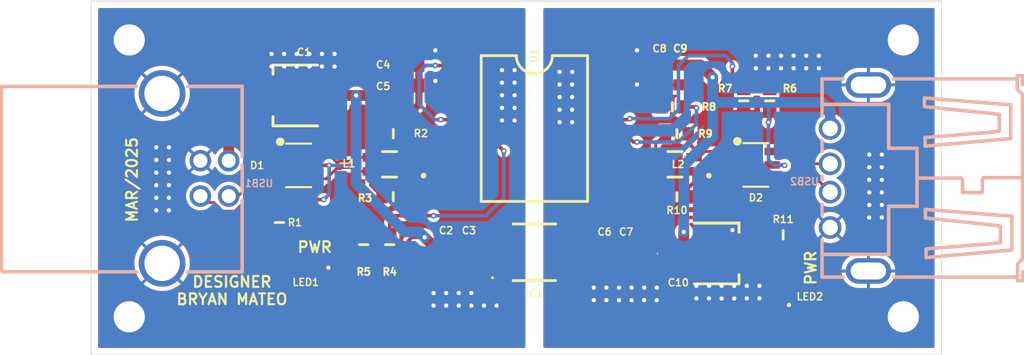
<source format=kicad_pcb>
(kicad_pcb (version 20241229) (generator "pcbnew") (generator_version "9.0")
  (layers (0 "F.Cu" signal) (2 "B.Cu" signal) (13 "F.Paste" user) (15 "B.Paste" user) (5 "F.SilkS" user "F.Silkscreen") (7 "B.SilkS" user "B.Silkscreen") (1 "F.Mask" user) (3 "B.Mask" user) (25 "Edge.Cuts" user))
  (net 0 "")
  (net 1 "GND")
  (net 2 "/D1+")
  (net 3 "/D1-")
  (net 4 "+5V")
  (net 5 "GND1")
  (net 6 "/D+")
  (net 7 "/D5+")
  (net 8 "Net-(U1-SPU)")
  (net 9 "Net-(U1-SPD)")
  (net 10 "VCC")
  (net 11 "/D-")
  (net 12 "/D4-")
  (net 13 "/D5-")
  (net 14 "/D4+")
  (net 15 "/D2+")
  (net 16 "/D2-")
  (net 17 "Net-(LED1-A)")
  (net 18 "Net-(U1-VDD2)")
  (net 19 "Net-(U1-PIN)")
  (net 20 "/D3-")
  (net 21 "/D3+")
  (net 22 "Net-(LED2-A)")
  (footprint "EasyEDA:SOT-23-6_L2.9-W1.6-P0.95-LS2.8-BL" (layer "F.Cu") (at 71.635 27.752 -90)
    (property "Reference" "D2" (at 2.3195 -0.001 180) (layer "F.SilkS") (effects (font (size 0.508 0.508) (thickness 0.1016) (bold yes))))
    (property "Value" "USBLC6-2SC6")
    (pad "1" smd rect (at -0.95 1.15 270) (size 0.53 1.07) (layers "F.Cu" "F.Mask" "F.Paste") (net 12 "/D4-"))
    (pad "2" smd rect (at 0 1.15 270) (size 0.53 1.07) (layers "F.Cu" "F.Mask" "F.Paste") (net 5 "GND1"))
    (pad "3" smd rect (at 0.95 1.15 270) (size 0.53 1.07) (layers "F.Cu" "F.Mask" "F.Paste") (net 14 "/D4+"))
    (pad "4" smd rect (at 0.95 -1.15 270) (size 0.53 1.07) (layers "F.Cu" "F.Mask" "F.Paste") (net 7 "/D5+"))
    (pad "5" smd rect (at 0 -1.15 270) (size 0.53 1.07) (layers "F.Cu" "F.Mask" "F.Paste") (net 10 "VCC"))
    (pad "6" smd rect (at -0.95 -1.15 270) (size 0.53 1.07) (layers "F.Cu" "F.Mask" "F.Paste") (net 13 "/D5-"))
  )
  (footprint "Samacsys:RESC1608X55N" (layer "F.Cu") (at 66.0696 30.0093)
    (property "Reference" "R10" (at 0 0.9512 0) (layer "F.SilkS") (effects (font (size 0.508 0.508) (thickness 0.1016) (bold yes))))
    (property "Value" "1K" (hide yes))
    (pad "1" smd rect (at -0.8 0) (size 0.8 0.95) (layers "F.Cu" "F.Mask" "F.Paste") (net 21 "/D3+"))
    (pad "2" smd rect (at 0.8 0) (size 0.8 0.95) (layers "F.Cu" "F.Mask" "F.Paste") (net 14 "/D4+"))
  )
  (footprint "Samacsys:CAPC1608X90N" (layer "F.Cu") (at 66.3085 21.3955 -90)
    (property "Reference" "C9" (at -1.865 0 180) (layer "F.SilkS") (effects (font (size 0.508 0.508) (thickness 0.127) (bold yes))))
    (property "Value" ".1uF" (hide yes))
    (pad "1" smd rect (at -0.7 0 270) (size 0.78 0.99) (layers "F.Cu" "F.Mask" "F.Paste") (net 10 "VCC"))
    (pad "2" smd rect (at 0.7 0 270) (size 0.78 0.99) (layers "F.Cu" "F.Mask" "F.Paste") (net 5 "GND1"))
  )
  (footprint "" (layer "F.Cu") (at 27.432 38.481)
    (property "Reference" "" (at 0 0 0) (layer "F.SilkS") (effects (font (size 1.27 1.27))))
    (property "Value" "")
    (pad "1" thru_hole circle (at 0 0) (size 3.8 3.8) (drill 2.2) (layers "*.Cu" "*.Mask"))
  )
  (footprint "Samacsys:CAPC1608X90N" (layer "F.Cu") (at 60.895 34.107 -90)
    (property "Reference" "C6" (at -1.6225 -0.073 180) (layer "F.SilkS") (effects (font (size 0.508 0.508) (thickness 0.1016) (bold yes))))
    (property "Value" ".1uF" (hide yes))
    (pad "1" smd rect (at -0.7 0 270) (size 0.78 0.99) (layers "F.Cu" "F.Mask" "F.Paste") (net 10 "VCC"))
    (pad "2" smd rect (at 0.7 0 270) (size 0.78 0.99) (layers "F.Cu" "F.Mask" "F.Paste") (net 5 "GND1"))
  )
  (footprint "Samacsys:KSEELP4122P1R258A8J8020R18" (layer "F.Cu") (at 73.975 35.9995 90)
    (property "Reference" "LED2" (at -1.057 1.471 180) (layer "F.SilkS") (effects (font (size 0.508 0.508) (thickness 0.1016) (bold yes))))
    (property "Value" "RED" (hide yes))
    (pad "1" smd rect (at -0.75 0 180) (size 0.8 0.8) (layers "F.Cu" "F.Mask" "F.Paste") (net 5 "GND1"))
    (pad "2" smd rect (at 0.75 0 180) (size 0.8 0.8) (layers "F.Cu" "F.Mask" "F.Paste") (net 22 "Net-(LED2-A)"))
  )
  (footprint "Samacsys:CAPC1608X90N" (layer "F.Cu") (at 64.8485 21.3955 -90)
    (property "Reference" "C8" (at -1.865 0 180) (layer "F.SilkS") (effects (font (size 0.508 0.508) (thickness 0.1016) (bold yes))))
    (property "Value" ".1uF" (hide yes))
    (pad "1" smd rect (at -0.7 0 270) (size 0.78 0.99) (layers "F.Cu" "F.Mask" "F.Paste") (net 10 "VCC"))
    (pad "2" smd rect (at 0.7 0 270) (size 0.78 0.99) (layers "F.Cu" "F.Mask" "F.Paste") (net 5 "GND1"))
  )
  (footprint "Samacsys:RESC1608X55N" (layer "F.Cu") (at 66.0696 25.5543)
    (property "Reference" "R9" (at 2.0104 0 0) (layer "F.SilkS") (effects (font (size 0.508 0.508) (thickness 0.127) (bold yes))))
    (property "Value" "1K" (hide yes))
    (pad "1" smd rect (at -0.8 0) (size 0.8 0.95) (layers "F.Cu" "F.Mask" "F.Paste") (net 20 "/D3-"))
    (pad "2" smd rect (at 0.8 0) (size 0.8 0.95) (layers "F.Cu" "F.Mask" "F.Paste") (net 12 "/D4-"))
  )
  (footprint "Samacsys:RESC1608X55N" (layer "F.Cu") (at 38.03 31.822 -90)
    (property "Reference" "R1" (at 0 -1.094 180) (layer "F.SilkS") (effects (font (size 0.508 0.508) (thickness 0.1016) (bold yes))))
    (property "Value" "1K" (hide yes))
    (pad "1" smd rect (at -0.8 0 270) (size 0.8 0.95) (layers "F.Cu" "F.Mask" "F.Paste") (net 4 "+5V"))
    (pad "2" smd rect (at 0.8 0 270) (size 0.8 0.95) (layers "F.Cu" "F.Mask" "F.Paste") (net 17 "Net-(LED1-A)"))
  )
  (footprint "Samacsys:CAPC1608X90N" (layer "F.Cu") (at 47.165 20.682 180)
    (property "Reference" "C4" (at 1.818 0.0085 0) (layer "F.SilkS") (effects (font (size 0.508 0.508) (thickness 0.1016) (bold yes))))
    (property "Value" ".1uF" (hide yes))
    (pad "1" smd rect (at -0.7 0 180) (size 0.78 0.99) (layers "F.Cu" "F.Mask" "F.Paste") (net 4 "+5V"))
    (pad "2" smd rect (at 0.7 0 180) (size 0.78 0.99) (layers "F.Cu" "F.Mask" "F.Paste") (net 1 "GND"))
  )
  (footprint "Samacsys:CAPC1608X90N" (layer "F.Cu") (at 51.3975 34.1245 -90)
    (property "Reference" "C3" (at -1.7395 0 180) (layer "F.SilkS") (effects (font (size 0.508 0.508) (thickness 0.1016) (bold yes))))
    (property "Value" ".1uF" (hide yes))
    (pad "1" smd rect (at -0.7 0 270) (size 0.78 0.99) (layers "F.Cu" "F.Mask" "F.Paste") (net 4 "+5V"))
    (pad "2" smd rect (at 0.7 0 270) (size 0.78 0.99) (layers "F.Cu" "F.Mask" "F.Paste") (net 1 "GND"))
  )
  (footprint "Samacsys:CAPC1608X102N" (layer "F.Cu") (at 62.425 34.107 -90)
    (property "Reference" "C7" (at -1.6225 -0.067 180) (layer "F.SilkS") (effects (font (size 0.508 0.508) (thickness 0.1016) (bold yes))))
    (property "Value" "10uF" (hide yes))
    (pad "1" smd rect (at -0.7 0 270) (size 0.82 1.02) (layers "F.Cu" "F.Mask" "F.Paste") (net 10 "VCC"))
    (pad "2" smd rect (at 0.7 0 270) (size 0.82 1.02) (layers "F.Cu" "F.Mask" "F.Paste") (net 5 "GND1"))
  )
  (footprint "Samacsys:EEE1AA220WR" (layer "F.Cu") (at 68.3 34.007)
    (property "Reference" "C10" (at -2.133 2.061 0) (layer "F.SilkS") (effects (font (size 0.508 0.508) (thickness 0.1016) (bold yes))))
    (property "Value" "470uF/16v" (hide yes))
    (pad "1" smd rect (at -1.75 0 90) (size 1.6 2.5) (layers "F.Cu" "F.Mask" "F.Paste") (net 10 "VCC"))
    (pad "2" smd rect (at 1.75 0 90) (size 1.6 2.5) (layers "F.Cu" "F.Mask" "F.Paste") (net 5 "GND1"))
  )
  (footprint "Samacsys:EEE1AA220WR" (layer "F.Cu") (at 39.725 22.847 180)
    (property "Reference" "C1" (at -0.034 3.0625 0) (layer "F.SilkS") (effects (font (size 0.508 0.508) (thickness 0.1016) (bold yes))))
    (property "Value" "470uF/16v" (hide yes))
    (pad "1" smd rect (at -1.75 0 270) (size 1.6 2.5) (layers "F.Cu" "F.Mask" "F.Paste") (net 4 "+5V"))
    (pad "2" smd rect (at 1.75 0 270) (size 1.6 2.5) (layers "F.Cu" "F.Mask" "F.Paste") (net 1 "GND"))
  )
  (footprint "Samacsys:RESC1608X55N" (layer "F.Cu") (at 45.8075 33.3845 -90)
    (property "Reference" "R4" (at 1.9215 0 0) (layer "F.SilkS") (effects (font (size 0.508 0.508) (thickness 0.127))))
    (property "Value" "0R" (hide yes))
    (pad "1" smd rect (at -0.8 0 270) (size 0.8 0.95) (layers "F.Cu" "F.Mask" "F.Paste") (net 8 "Net-(U1-SPU)"))
    (pad "2" smd rect (at 0.8 0 270) (size 0.8 0.95) (layers "F.Cu" "F.Mask" "F.Paste") (net 4 "+5V"))
  )
  (footprint "Samacsys:CAPC1608X102N" (layer "F.Cu") (at 49.7525 34.1145 -90)
    (property "Reference" "C2" (at -1.7295 -0.0315 180) (layer "F.SilkS") (effects (font (size 0.508 0.508) (thickness 0.1016) (bold yes))))
    (property "Value" "10uF" (hide yes))
    (pad "1" smd rect (at -0.7 0 270) (size 0.82 1.02) (layers "F.Cu" "F.Mask" "F.Paste") (net 4 "+5V"))
    (pad "2" smd rect (at 0.7 0 270) (size 0.82 1.02) (layers "F.Cu" "F.Mask" "F.Paste") (net 1 "GND"))
  )
  (footprint "Samacsys:RESC1608X55N" (layer "F.Cu") (at 46.06 29.992)
    (property "Reference" "R3" (at -1.991 0.107 0) (layer "F.SilkS") (effects (font (size 0.508 0.508) (thickness 0.127) (bold yes))))
    (property "Value" "0R" (hide yes))
    (pad "1" smd rect (at -0.8 0) (size 0.8 0.95) (layers "F.Cu" "F.Mask" "F.Paste") (net 2 "/D1+"))
    (pad "2" smd rect (at 0.8 0) (size 0.8 0.95) (layers "F.Cu" "F.Mask" "F.Paste") (net 15 "/D2+"))
  )
  (footprint "Snapeda:WE-CNSW_1206_WE-CNSW_1206" (layer "F.Cu") (at 65.9246 27.7093 180)
    (property "Reference" "L2" (at -0.225 0 0) (layer "F.SilkS") (effects (font (size 0.508 0.508) (thickness 0.1016) (bold yes))))
    (property "Value" "WE-CNSW_1206")
    (pad "1" smd rect (at -1.35 -0.5 180) (size 1.1 0.6) (layers "F.Cu" "F.Mask" "F.Paste") (net 14 "/D4+"))
    (pad "2" smd rect (at 1.35 -0.5 180) (size 1.1 0.6) (layers "F.Cu" "F.Mask" "F.Paste") (net 21 "/D3+"))
    (pad "3" smd rect (at 1.35 0.5 180) (size 1.1 0.6) (layers "F.Cu" "F.Mask" "F.Paste") (net 20 "/D3-"))
    (pad "4" smd rect (at -1.35 0.5 180) (size 1.1 0.6) (layers "F.Cu" "F.Mask" "F.Paste") (net 12 "/D4-"))
  )
  (footprint "Samacsys:RESC1608X55N" (layer "F.Cu") (at 70.7825 23.2245 90)
    (property "Reference" "R7" (at 0.8725 -1.3135 180) (layer "F.SilkS") (effects (font (size 0.508 0.508) (thickness 0.127))))
    (property "Value" "0R" (hide yes))
    (pad "1" smd rect (at -0.8 0 90) (size 0.8 0.95) (layers "F.Cu" "F.Mask" "F.Paste") (net 5 "GND1"))
    (pad "2" smd rect (at 0.8 0 90) (size 0.8 0.95) (layers "F.Cu" "F.Mask" "F.Paste") (net 9 "Net-(U1-SPD)"))
  )
  (footprint "Samacsys:CAPC1608X90N" (layer "F.Cu") (at 47.165 22.142 180)
    (property "Reference" "C5" (at 1.818 -0.0555 0) (layer "F.SilkS") (effects (font (size 0.508 0.508) (thickness 0.1016) (bold yes))))
    (property "Value" ".1uF" (hide yes))
    (pad "1" smd rect (at -0.7 0 180) (size 0.78 0.99) (layers "F.Cu" "F.Mask" "F.Paste") (net 4 "+5V"))
    (pad "2" smd rect (at 0.7 0 180) (size 0.78 0.99) (layers "F.Cu" "F.Mask" "F.Paste") (net 1 "GND"))
  )
  (footprint "Samacsys:RESC1608X55N" (layer "F.Cu") (at 46.06 25.537)
    (property "Reference" "R2" (at 1.946 -0.01 0) (layer "F.SilkS") (effects (font (size 0.508 0.508) (thickness 0.1016) (bold yes))))
    (property "Value" "0R" (hide yes))
    (pad "1" smd rect (at -0.8 0) (size 0.8 0.95) (layers "F.Cu" "F.Mask" "F.Paste") (net 3 "/D1-"))
    (pad "2" smd rect (at 0.8 0) (size 0.8 0.95) (layers "F.Cu" "F.Mask" "F.Paste") (net 16 "/D2-"))
  )
  (footprint "Samacsys:RESC1608X55N" (layer "F.Cu") (at 72.6175 23.2245 -90)
    (property "Reference" "R6" (at -0.8725 -1.4235 0) (layer "F.SilkS") (effects (font (size 0.508 0.508) (thickness 0.127))))
    (property "Value" "0R" (hide yes))
    (pad "1" smd rect (at -0.8 0 270) (size 0.8 0.95) (layers "F.Cu" "F.Mask" "F.Paste") (net 9 "Net-(U1-SPD)"))
    (pad "2" smd rect (at 0.8 0 270) (size 0.8 0.95) (layers "F.Cu" "F.Mask" "F.Paste") (net 10 "VCC"))
  )
  (footprint "Samacsys:RESC1608X55N" (layer "F.Cu") (at 73.565 32.6895)
    (property "Reference" "R11" (at 0 -1.094 0) (layer "F.SilkS") (effects (font (size 0.508 0.508) (thickness 0.1016) (bold yes))))
    (property "Value" "1K" (hide yes))
    (pad "1" smd rect (at -0.8 0) (size 0.8 0.95) (layers "F.Cu" "F.Mask" "F.Paste") (net 10 "VCC"))
    (pad "2" smd rect (at 0.8 0) (size 0.8 0.95) (layers "F.Cu" "F.Mask" "F.Paste") (net 22 "Net-(LED2-A)"))
  )
  (footprint "EasyEDA:WSOIC-16_L10.3-W7.5-P1.27-LS10.3-BL" (layer "F.Cu") (at 56.015 25.182 -90)
    (property "Reference" "U1" (at -5.15 0 90) (layer "F.SilkS") (effects (font (size 0.508 0.508) (thickness 0.1016) (bold yes))))
    (property "Value" "ADUM3160BRWZ")
    (pad "1" smd rect (at -4.45 5 270) (size 0.65 2.2) (layers "F.Cu" "F.Mask" "F.Paste") (net 4 "+5V"))
    (pad "2" smd rect (at -3.18 5 270) (size 0.65 2.2) (layers "F.Cu" "F.Mask" "F.Paste") (net 1 "GND"))
    (pad "3" smd rect (at -1.91 5 270) (size 0.65 2.2) (layers "F.Cu" "F.Mask" "F.Paste") (net 4 "+5V"))
    (pad "4" smd rect (at -0.63 5 270) (size 0.65 2.2) (layers "F.Cu" "F.Mask" "F.Paste") (net 4 "+5V"))
    (pad "5" smd rect (at 0.63 5 270) (size 0.65 2.2) (layers "F.Cu" "F.Mask" "F.Paste") (net 8 "Net-(U1-SPU)"))
    (pad "6" smd rect (at 1.9 5 270) (size 0.65 2.2) (layers "F.Cu" "F.Mask" "F.Paste") (net 16 "/D2-"))
    (pad "7" smd rect (at 3.17 5 270) (size 0.65 2.2) (layers "F.Cu" "F.Mask" "F.Paste") (net 15 "/D2+"))
    (pad "8" smd rect (at 4.44 5 270) (size 0.65 2.2) (layers "F.Cu" "F.Mask" "F.Paste") (net 1 "GND"))
    (pad "9" smd rect (at 4.44 -5 270) (size 0.65 2.2) (layers "F.Cu" "F.Mask" "F.Paste") (net 5 "GND1"))
    (pad "10" smd rect (at 3.17 -5 270) (size 0.65 2.2) (layers "F.Cu" "F.Mask" "F.Paste") (net 21 "/D3+"))
    (pad "11" smd rect (at 1.9 -5 270) (size 0.65 2.2) (layers "F.Cu" "F.Mask" "F.Paste") (net 20 "/D3-"))
    (pad "12" smd rect (at 0.63 -5 270) (size 0.65 2.2) (layers "F.Cu" "F.Mask" "F.Paste") (net 19 "Net-(U1-PIN)"))
    (pad "13" smd rect (at -0.63 -5 270) (size 0.65 2.2) (layers "F.Cu" "F.Mask" "F.Paste") (net 9 "Net-(U1-SPD)"))
    (pad "14" smd rect (at -1.91 -5 270) (size 0.65 2.2) (layers "F.Cu" "F.Mask" "F.Paste") (net 18 "Net-(U1-VDD2)"))
    (pad "15" smd rect (at -3.18 -5 270) (size 0.65 2.2) (layers "F.Cu" "F.Mask" "F.Paste") (net 5 "GND1"))
    (pad "16" smd rect (at -4.45 -5 270) (size 0.65 2.2) (layers "F.Cu" "F.Mask" "F.Paste") (net 10 "VCC"))
  )
  (footprint "" (layer "F.Cu") (at 82.042 18.923)
    (property "Reference" "" (at 0 0 0) (layer "F.SilkS") (effects (font (size 1.27 1.27))))
    (property "Value" "")
    (pad "1" thru_hole circle (at 0 0) (size 3.8 3.8) (drill 2.2) (layers "*.Cu" "*.Mask"))
  )
  (footprint "Samacsys:KSEELP4122P1R258A8J8020R18" (layer "F.Cu") (at 39.835 35.017 180)
    (property "Reference" "LED1" (at -0.051 -1.0235 0) (layer "F.SilkS") (effects (font (size 0.508 0.508) (thickness 0.1016) (bold yes))))
    (property "Value" "RED" (hide yes))
    (pad "1" smd rect (at -0.75 0 270) (size 0.8 0.8) (layers "F.Cu" "F.Mask" "F.Paste") (net 1 "GND"))
    (pad "2" smd rect (at 0.75 0 270) (size 0.8 0.8) (layers "F.Cu" "F.Mask" "F.Paste") (net 17 "Net-(LED1-A)"))
  )
  (footprint "EasyEDA:SOT-23-6_L2.9-W1.6-P0.95-LS2.8-BL" (layer "F.Cu") (at 39.381801 27.7845 -90)
    (property "Reference" "D1" (at 0.001 2.924801 180) (layer "F.SilkS") (effects (font (size 0.508 0.508) (thickness 0.1016) (bold yes))))
    (property "Value" "USBLC6-2SC6")
    (pad "1" smd rect (at -0.95 1.15 270) (size 0.53 1.07) (layers "F.Cu" "F.Mask" "F.Paste") (net 11 "/D-"))
    (pad "2" smd rect (at 0 1.15 270) (size 0.53 1.07) (layers "F.Cu" "F.Mask" "F.Paste") (net 1 "GND"))
    (pad "3" smd rect (at 0.95 1.15 270) (size 0.53 1.07) (layers "F.Cu" "F.Mask" "F.Paste") (net 6 "/D+"))
    (pad "4" smd rect (at 0.95 -1.15 270) (size 0.53 1.07) (layers "F.Cu" "F.Mask" "F.Paste") (net 2 "/D1+"))
    (pad "5" smd rect (at 0 -1.15 270) (size 0.53 1.07) (layers "F.Cu" "F.Mask" "F.Paste") (net 4 "+5V"))
    (pad "6" smd rect (at -0.95 -1.15 270) (size 0.53 1.07) (layers "F.Cu" "F.Mask" "F.Paste") (net 3 "/D1-"))
  )
  (footprint "Samacsys:MIE1W0505BGLVH3RP" (layer "F.Cu") (at 56.015 33.924 90)
    (property "Reference" "IC1" (at -2.8785 0 180) (layer "F.SilkS") (effects (font (size 0.508 0.508) (thickness 0.1016) (bold yes))))
    (property "Value" "MIE1W0505BGLVH-3R-P" (hide yes))
    (pad "1" smd rect (at -1.775 -2.112 90) (size 0.575 0.725) (layers "F.Cu" "F.Mask" "F.Paste") (net 1 "GND"))
    (pad "2" smd rect (at -1.775 2.112 90) (size 0.575 0.725) (layers "F.Cu" "F.Mask" "F.Paste") (net 5 "GND1"))
    (pad "3" smd rect (at -1.038 2.112 90) (size 0.3 0.725) (layers "F.Cu" "F.Mask" "F.Paste") (net 5 "GND1"))
    (pad "4" smd rect (at -0.3 2.112 90) (size 0.3 0.725) (layers "F.Cu" "F.Mask" "F.Paste") (net 5 "GND1"))
    (pad "5" smd rect (at 0.3 2.112 90) (size 0.3 0.725) (layers "F.Cu" "F.Mask" "F.Paste") (net 10 "VCC"))
    (pad "6" smd rect (at 1.038 2.112 90) (size 0.3 0.725) (layers "F.Cu" "F.Mask" "F.Paste") (net 10 "VCC"))
    (pad "7" smd rect (at 1.775 2.112 90) (size 0.575 0.725) (layers "F.Cu" "F.Mask" "F.Paste") (net 10 "VCC"))
    (pad "8" smd rect (at 1.775 -2.112 90) (size 0.575 0.725) (layers "F.Cu" "F.Mask" "F.Paste") (net 4 "+5V"))
    (pad "9" smd rect (at 1.038 -2.112 90) (size 0.3 0.725) (layers "F.Cu" "F.Mask" "F.Paste") (net 4 "+5V"))
    (pad "10" smd rect (at 0.3 -2.112 90) (size 0.3 0.725) (layers "F.Cu" "F.Mask" "F.Paste") (net 4 "+5V"))
    (pad "11" smd rect (at -0.299 -2.112 90) (size 0.3 0.725) (layers "F.Cu" "F.Mask" "F.Paste") (net 1 "GND"))
    (pad "12" smd rect (at -1.038 -2.112 90) (size 0.3 0.725) (layers "F.Cu" "F.Mask" "F.Paste") (net 1 "GND"))
    (pad "13" smd rect (at -0.668 -2.025 90) (size 0.438 0.55) (layers "F.Cu" "F.Mask" "F.Paste") (net 1 "GND") (thermal_bridge_width 0.381))
    (pad "14" smd rect (at 0.669 -2.025 90) (size 0.438 0.55) (layers "F.Cu" "F.Mask" "F.Paste") (net 4 "+5V"))
    (pad "15" smd rect (at 0.669 2.025 90) (size 0.438 0.55) (layers "F.Cu" "F.Mask" "F.Paste") (net 10 "VCC"))
    (pad "16" smd rect (at -0.669 2.025 90) (size 0.438 0.55) (layers "F.Cu" "F.Mask" "F.Paste") (net 5 "GND1") (thermal_bridge_width 0.381))
  )
  (footprint "" (layer "F.Cu") (at 27.432 18.923)
    (property "Reference" "" (at 0 0 0) (layer "F.SilkS") (effects (font (size 1.27 1.27))))
    (property "Value" "")
    (pad "1" thru_hole circle (at 0 0) (size 3.8 3.8) (drill 2.2) (layers "*.Cu" "*.Mask"))
  )
  (footprint "Samacsys:RESC1608X55N" (layer "F.Cu") (at 65.745 23.652 180)
    (property "Reference" "R8" (at -2.581 0 0) (layer "F.SilkS") (effects (font (size 0.508 0.508) (thickness 0.127) (bold yes))))
    (property "Value" "1K" (hide yes))
    (pad "1" smd rect (at -0.8 0 180) (size 0.8 0.95) (layers "F.Cu" "F.Mask" "F.Paste") (net 19 "Net-(U1-PIN)"))
    (pad "2" smd rect (at 0.8 0 180) (size 0.8 0.95) (layers "F.Cu" "F.Mask" "F.Paste") (net 18 "Net-(U1-VDD2)"))
  )
  (footprint "Samacsys:RESC1608X55N" (layer "F.Cu") (at 43.9725 33.3845 90)
    (property "Reference" "R5" (at -1.9215 0 180) (layer "F.SilkS") (effects (font (size 0.508 0.508) (thickness 0.127))))
    (property "Value" "0R" (hide yes))
    (pad "1" smd rect (at -0.8 0 90) (size 0.8 0.95) (layers "F.Cu" "F.Mask" "F.Paste") (net 1 "GND"))
    (pad "2" smd rect (at 0.8 0 90) (size 0.8 0.95) (layers "F.Cu" "F.Mask" "F.Paste") (net 8 "Net-(U1-SPU)"))
  )
  (footprint "" (layer "F.Cu") (at 82.042 38.481)
    (property "Reference" "" (at 0 0 0) (layer "F.SilkS") (effects (font (size 1.27 1.27))))
    (property "Value" "")
    (pad "1" thru_hole circle (at 0 0) (size 3.8 3.8) (drill 2.2) (layers "*.Cu" "*.Mask"))
  )
  (footprint "Snapeda:WE-CNSW_1206_WE-CNSW_1206" (layer "F.Cu") (at 45.795 27.712 180)
    (property "Reference" "L1" (at 2.861 0.0535 0) (layer "F.SilkS") (effects (font (size 0.508 0.508) (thickness 0.1016) (bold yes))))
    (property "Value" "WE-CNSW_1206")
    (pad "1" smd rect (at -1.35 -0.5 180) (size 1.1 0.6) (layers "F.Cu" "F.Mask" "F.Paste") (net 15 "/D2+"))
    (pad "2" smd rect (at 1.35 -0.5 180) (size 1.1 0.6) (layers "F.Cu" "F.Mask" "F.Paste") (net 2 "/D1+"))
    (pad "3" smd rect (at 1.35 0.5 180) (size 1.1 0.6) (layers "F.Cu" "F.Mask" "F.Paste") (net 3 "/D1-"))
    (pad "4" smd rect (at -1.35 0.5 180) (size 1.1 0.6) (layers "F.Cu" "F.Mask" "F.Paste") (net 16 "/D2-"))
  )
  (footprint "EasyEDA:USB-B-TH_USB-B01" (layer "B.Cu") (at 32.101801 28.7045 -90)
    (property "Reference" "USB1" (at 0.351 -4.482199 0) (layer "B.SilkS") (effects (font (size 0.508 0.508) (thickness 0.1016) (bold yes)) (justify mirror)))
    (property "Value" "USB-B01")
    (pad "1" thru_hole circle (at -1.25 -2.35 270) (size 1.52 1.52) (drill 0.999998) (layers "*.Cu" "*.Mask") (net 4 "+5V"))
    (pad "2" thru_hole circle (at 1.25 -2.35 270) (size 1.52 1.52) (drill 0.999998) (layers "*.Cu" "*.Mask") (net 11 "/D-"))
    (pad "3" thru_hole circle (at 1.25 -0.35 270) (size 1.52 1.52) (drill 0.999998) (layers "*.Cu" "*.Mask") (net 6 "/D+"))
    (pad "4" thru_hole circle (at -1.25 -0.35 270) (size 1.52 1.52) (drill 0.999998) (layers "*.Cu" "*.Mask") (net 1 "GND"))
    (pad "5" thru_hole circle (at -6 2.35 270) (size 3.3 3.3) (drill 2.50002) (layers "*.Cu" "*.Mask") (net 1 "GND"))
    (pad "6" thru_hole circle (at 6 2.35 270) (size 3.3 3.3) (drill 2.50002) (layers "*.Cu" "*.Mask") (net 1 "GND"))
  )
  (footprint "EasyEDA:USB-A-TH_USB-302-T" (layer "B.Cu") (at 78.2275 28.6745 -90)
    (property "Reference" "USB2" (at 0.254 3.1625 180) (layer "B.SilkS") (effects (font (size 0.508 0.508) (thickness 0.1016) (bold yes)) (justify mirror)))
    (property "Value" "U-USBAR04P-F001")
    (pad "1" thru_hole circle (at -3.5 1.35 270) (size 1.6 1.6) (drill 1.100023) (layers "*.Cu" "*.Mask") (net 10 "VCC"))
    (pad "2" thru_hole circle (at -1 1.35 270) (size 1.6 1.6) (drill 1.100023) (layers "*.Cu" "*.Mask") (net 13 "/D5-"))
    (pad "3" thru_hole circle (at 1 1.35 270) (size 1.6 1.6) (drill 1.100023) (layers "*.Cu" "*.Mask") (net 7 "/D5+"))
    (pad "4" thru_hole circle (at 3.5 1.35 270) (size 1.6 1.6) (drill 1.100023) (layers "*.Cu" "*.Mask") (net 5 "GND1"))
    (pad "5" thru_hole oval (at -6.57 -1.35 180) (size 3.2 1.8) (drill oval 2.499868 1.199896) (layers "*.Cu" "*.Mask") (net 5 "GND1"))
    (pad "6" thru_hole oval (at 6.57 -1.35) (size 3.2 1.8) (drill oval 2.499868 1.199896) (layers "*.Cu" "*.Mask") (net 5 "GND1"))
  )
  (gr_rect (start 24.745 16.1745) (end 84.745 41.1745) (stroke (width 0.05)) (fill no) (layer "Edge.Cuts"))
  (gr_text "PWR" (at 40.521 34.0085 0) (layer "F.SilkS") (effects (font (size 0.762 0.762) (thickness 0.1524) (bold yes)) (justify bottom)))
  (gr_text "DESIGNER\nBRYAN MATEO" (at 34.679 37.6915 0) (layer "F.SilkS") (effects (font (size 0.762 0.762) (thickness 0.1524) (bold yes)) (justify bottom)))
  (gr_text "MAR/2025" (at 28.075 28.8015 90) (layer "F.SilkS") (effects (font (size 0.762 0.762) (thickness 0.1524) (bold yes)) (justify bottom)))
  (gr_text "PWR" (at 75.954 35.0245 90) (layer "F.SilkS") (effects (font (size 0.762 0.762) (thickness 0.1524) (bold yes)) (justify bottom)))
  (via (at 29.345 26.5155) (size 0.6) (drill 0.3) (layers "F.Cu" "B.Cu") (net 1))
  (via (at 30.234 29.1825) (size 0.6) (drill 0.3) (layers "F.Cu" "B.Cu") (net 1))
  (via (at 38.362 20.8005) (size 0.6) (drill 0.3) (layers "F.Cu" "B.Cu") (net 1))
  (via (at 29.345 27.4045) (size 0.6) (drill 0.3) (layers "F.Cu" "B.Cu") (net 1))
  (via (at 48.903 36.8025) (size 0.6) (drill 0.3) (layers "F.Cu" "B.Cu") (net 1))
  (via (at 30.234 26.5155) (size 0.6) (drill 0.3) (layers "F.Cu" "B.Cu") (net 1))
  (via (at 41.029 19.9115) (size 0.6) (drill 0.3) (layers "F.Cu" "B.Cu") (net 1))
  (via (at 37.473 19.9115) (size 0.6) (drill 0.3) (layers "F.Cu" "B.Cu") (net 1))
  (via (at 53.729 24.6105) (size 0.6) (drill 0.3) (layers "F.Cu" "B.Cu") (net 1))
  (via (at 38.362 19.9115) (size 0.6) (drill 0.3) (layers "F.Cu" "B.Cu") (net 1))
  (via (at 49.03 19.6575) (size 0.6) (drill 0.3) (layers "F.Cu" "B.Cu") (net 1))
  (via (at 54.618 23.7215) (size 0.6) (drill 0.3) (layers "F.Cu" "B.Cu") (net 1))
  (via (at 49.03 21.8165) (size 0.6) (drill 0.3) (layers "F.Cu" "B.Cu") (net 1))
  (via (at 29.345 29.1825) (size 0.6) (drill 0.3) (layers "F.Cu" "B.Cu") (net 1))
  (via (at 39.251 20.8005) (size 0.6) (drill 0.3) (layers "F.Cu" "B.Cu") (net 1))
  (via (at 48.903 37.6915) (size 0.6) (drill 0.3) (layers "F.Cu" "B.Cu") (net 1))
  (via (at 53.729 21.9435) (size 0.6) (drill 0.3) (layers "F.Cu" "B.Cu") (net 1))
  (via (at 51.57 36.8025) (size 0.6) (drill 0.3) (layers "F.Cu" "B.Cu") (net 1))
  (via (at 30.234 30.9605) (size 0.6) (drill 0.3) (layers "F.Cu" "B.Cu") (net 1))
  (via (at 50.681 36.8025) (size 0.6) (drill 0.3) (layers "F.Cu" "B.Cu") (net 1))
  (via (at 51.57 37.6915) (size 0.6) (drill 0.3) (layers "F.Cu" "B.Cu") (net 1))
  (via (at 37.473 20.8005) (size 0.6) (drill 0.3) (layers "F.Cu" "B.Cu") (net 1))
  (via (at 49.792 36.8025) (size 0.6) (drill 0.3) (layers "F.Cu" "B.Cu") (net 1))
  (via (at 29.345 30.9605) (size 0.6) (drill 0.3) (layers "F.Cu" "B.Cu") (net 1))
  (via (at 53.729 22.8325) (size 0.6) (drill 0.3) (layers "F.Cu" "B.Cu") (net 1))
  (via (at 52.459 37.6915) (size 0.6) (drill 0.3) (layers "F.Cu" "B.Cu") (net 1))
  (via (at 54.618 21.9435) (size 0.6) (drill 0.3) (layers "F.Cu" "B.Cu") (net 1))
  (via (at 39.251 19.9115) (size 0.6) (drill 0.3) (layers "F.Cu" "B.Cu") (net 1))
  (via (at 49.792 37.6915) (size 0.6) (drill 0.3) (layers "F.Cu" "B.Cu") (net 1))
  (via (at 29.345 30.0715) (size 0.6) (drill 0.3) (layers "F.Cu" "B.Cu") (net 1))
  (via (at 54.618 21.0545) (size 0.6) (drill 0.3) (layers "F.Cu" "B.Cu") (net 1))
  (via (at 41.918 19.9115) (size 0.6) (drill 0.3) (layers "F.Cu" "B.Cu") (net 1))
  (via (at 30.234 27.4045) (size 0.6) (drill 0.3) (layers "F.Cu" "B.Cu") (net 1))
  (via (at 29.345 28.2935) (size 0.6) (drill 0.3) (layers "F.Cu" "B.Cu") (net 1))
  (via (at 40.14 20.8005) (size 0.6) (drill 0.3) (layers "F.Cu" "B.Cu") (net 1))
  (via (at 50.681 37.6915) (size 0.6) (drill 0.3) (layers "F.Cu" "B.Cu") (net 1))
  (via (at 53.729 23.7215) (size 0.6) (drill 0.3) (layers "F.Cu" "B.Cu") (net 1))
  (via (at 41.029 20.8005) (size 0.6) (drill 0.3) (layers "F.Cu" "B.Cu") (net 1))
  (via (at 53.348 37.6915) (size 0.6) (drill 0.3) (layers "F.Cu" "B.Cu") (net 1))
  (via (at 54.618 22.8325) (size 0.6) (drill 0.3) (layers "F.Cu" "B.Cu") (net 1))
  (via (at 54.618 24.6105) (size 0.6) (drill 0.3) (layers "F.Cu" "B.Cu") (net 1))
  (via (at 40.14 19.9115) (size 0.6) (drill 0.3) (layers "F.Cu" "B.Cu") (net 1))
  (via (at 41.918 20.8005) (size 0.6) (drill 0.3) (layers "F.Cu" "B.Cu") (net 1))
  (via (at 53.729 21.0545) (size 0.6) (drill 0.3) (layers "F.Cu" "B.Cu") (net 1))
  (via (at 30.234 30.0715) (size 0.6) (drill 0.3) (layers "F.Cu" "B.Cu") (net 1))
  (via (at 30.234 28.2935) (size 0.6) (drill 0.3) (layers "F.Cu" "B.Cu") (net 1))
  (segment (start 43.619999 28.212) (end 44.445 28.212) (width 0.2) (layer "F.Cu") (net 2))
  (segment (start 42.423938 27.937) (end 43.344999 27.937) (width 0.2) (layer "F.Cu") (net 2))
  (segment (start 42.351438 28.0095) (end 42.423938 27.937) (width 0.2) (layer "F.Cu") (net 2))
  (segment (start 41.334302 28.7345) (end 42.059302 28.0095) (width 0.2) (layer "F.Cu") (net 2))
  (segment (start 42.059302 28.0095) (end 42.351438 28.0095) (width 0.2) (layer "F.Cu") (net 2))
  (segment (start 44.445 29.177) (end 45.26 29.992) (width 0.2) (layer "F.Cu") (net 2))
  (segment (start 40.531801 28.7345) (end 41.334302 28.7345) (width 0.2) (layer "F.Cu") (net 2))
  (segment (start 43.344999 27.937) (end 43.619999 28.212) (width 0.2) (layer "F.Cu") (net 2))
  (segment (start 44.445 28.212) (end 44.445 29.177) (width 0.2) (layer "F.Cu") (net 2))
  (segment (start 42.059302 27.5595) (end 42.172 27.5595) (width 0.2) (layer "F.Cu") (net 3))
  (segment (start 43.344999 27.487) (end 43.619999 27.212) (width 0.2) (layer "F.Cu") (net 3))
  (segment (start 42.2445 27.487) (end 43.344999 27.487) (width 0.2) (layer "F.Cu") (net 3))
  (segment (start 42.172 27.5595) (end 42.2445 27.487) (width 0.2) (layer "F.Cu") (net 3))
  (segment (start 43.619999 27.212) (end 44.445 27.212) (width 0.2) (layer "F.Cu") (net 3))
  (segment (start 44.445 26.352) (end 45.26 25.537) (width 0.2) (layer "F.Cu") (net 3))
  (segment (start 40.531801 26.8345) (end 41.334302 26.8345) (width 0.2) (layer "F.Cu") (net 3))
  (segment (start 44.445 27.212) (end 44.445 26.352) (width 0.2) (layer "F.Cu") (net 3))
  (segment (start 41.334302 26.8345) (end 42.059302 27.5595) (width 0.2) (layer "F.Cu") (net 3))
  (segment (start 49.411 24.552) (end 51.015 24.552) (width 0.254) (layer "F.Cu") (net 4))
  (segment (start 44.0915 22.847) (end 44.966 23.7215) (width 0.508) (layer "F.Cu") (net 4))
  (segment (start 41.536 27.7845) (end 41.537 27.7855) (width 0.254) (layer "F.Cu") (net 4))
  (segment (start 51.015 23.272) (end 51.015 24.552) (width 0.254) (layer "F.Cu") (net 4))
  (segment (start 49.03 20.732) (end 47.915 20.732) (width 0.254) (layer "F.Cu") (net 4))
  (segment (start 47.125 33.8815) (end 47.125 33.1195) (width 0.254) (layer "F.Cu") (net 4))
  (segment (start 34.451801 27.4545) (end 34.451801 26.234699) (width 0.762) (layer "F.Cu") (net 4))
  (segment (start 44.966 23.7215) (end 47.633 23.7215) (width 0.508) (layer "F.Cu") (net 4))
  (segment (start 47.125 33.1195) (end 47.379 32.8655) (width 0.254) (layer "F.Cu") (net 4))
  (segment (start 47.865 20.682) (end 47.865 22.142) (width 0.508) (layer "F.Cu") (net 4))
  (segment (start 47.379 32.8655) (end 48.268 32.8655) (width 0.254) (layer "F.Cu") (net 4))
  (segment (start 40.531801 27.7845) (end 41.536 27.7845) (width 0.254) (layer "F.Cu") (net 4))
  (segment (start 41.475 22.847) (end 43.442 22.847) (width 0.762) (layer "F.Cu") (net 4))
  (segment (start 52.713 33.2465) (end 52.7215 33.255) (width 0.762) (layer "F.Cu") (net 4))
  (segment (start 47.865 23.4895) (end 47.865 22.142) (width 0.508) (layer "F.Cu") (net 4))
  (segment (start 52.535 33.4245) (end 52.713 33.2465) (width 0.762) (layer "F.Cu") (net 4))
  (segment (start 45.8075 34.1345) (end 46.872 34.1345) (width 0.254) (layer "F.Cu") (net 4))
  (segment (start 40.648 30.1985) (end 41.156 30.1985) (width 0.254) (layer "F.Cu") (net 4))
  (segment (start 51.3975 33.4245) (end 52.535 33.4245) (width 0.762) (layer "F.Cu") (net 4))
  (segment (start 49.7525 33.4145) (end 51.3875 33.4145) (width 0.762) (layer "F.Cu") (net 4))
  (segment (start 47.633 23.7215) (end 47.865 23.4895) (width 0.508) (layer "F.Cu") (net 4))
  (segment (start 40.902 25.2455) (end 41.475 24.6725) (width 0.762) (layer "F.Cu") (net 4))
  (segment (start 39.8245 31.022) (end 40.648 30.1985) (width 0.254) (layer "F.Cu") (net 4))
  (segment (start 49.7115 33.3735) (end 49.7525 33.4145) (width 0.762) (layer "F.Cu") (net 4))
  (segment (start 34.451801 26.234699) (end 35.441 25.2455) (width 0.762) (layer "F.Cu") (net 4))
  (segment (start 48.776 33.3735) (end 49.7115 33.3735) (width 0.762) (layer "F.Cu") (net 4))
  (segment (start 41.475 24.6725) (end 41.475 22.847) (width 0.762) (layer "F.Cu") (net 4))
  (segment (start 52.7215 33.255) (end 53.99 33.255) (width 0.762) (layer "F.Cu") (net 4))
  (segment (start 43.442 22.847) (end 44.0915 22.847) (width 0.762) (layer "F.Cu") (net 4))
  (segment (start 35.441 25.2455) (end 40.902 25.2455) (width 0.762) (layer "F.Cu") (net 4))
  (segment (start 39.8245 31.022) (end 38.03 31.022) (width 0.254) (layer "F.Cu") (net 4))
  (segment (start 51.015 20.732) (end 49.03 20.732) (width 0.254) (layer "F.Cu") (net 4))
  (segment (start 46.872 34.1345) (end 47.125 33.8815) (width 0.254) (layer "F.Cu") (net 4))
  (segment (start 53.903 32.149) (end 53.903 32.886) (width 0.254) (layer "F.Cu") (net 4))
  (segment (start 48.268 32.8655) (end 48.776 33.3735) (width 0.762) (layer "F.Cu") (net 4))
  (via micro (at 41.156 30.1985) (size 0.4) (drill 0.2) (layers "F.Cu" "B.Cu") (net 4))
  (via (at 48.268 32.8655) (size 0.6) (drill 0.3) (layers "F.Cu" "B.Cu") (net 4))
  (via (at 43.442 22.847) (size 0.6) (drill 0.3) (layers "F.Cu" "B.Cu") (net 4))
  (via micro (at 49.03 20.732) (size 0.4) (drill 0.2) (layers "F.Cu" "B.Cu") (net 4))
  (via micro (at 41.537 27.7855) (size 0.4) (drill 0.2) (layers "F.Cu" "B.Cu") (net 4))
  (via micro (at 49.411 24.552) (size 0.4) (drill 0.2) (layers "F.Cu" "B.Cu") (net 4))
  (segment (start 41.537 27.7855) (end 43.442 27.7855) (width 0.254) (layer "B.Cu") (net 4))
  (segment (start 48.3365 20.732) (end 49.03 20.732) (width 0.254) (layer "B.Cu") (net 4))
  (segment (start 48.268 32.8655) (end 47.887 32.4845) (width 0.762) (layer "B.Cu") (net 4))
  (segment (start 47.887 21.1815) (end 48.3365 20.732) (width 0.254) (layer "B.Cu") (net 4))
  (segment (start 49.411 24.552) (end 48.9715 24.552) (width 0.254) (layer "B.Cu") (net 4))
  (segment (start 47.887 23.4675) (end 47.887 21.1815) (width 0.254) (layer "B.Cu") (net 4))
  (segment (start 43.442 27.7855) (end 43.442 22.847) (width 0.762) (layer "B.Cu") (net 4))
  (segment (start 46.871 32.4845) (end 43.442 29.0555) (width 0.762) (layer "B.Cu") (net 4))
  (segment (start 48.9715 24.552) (end 47.887 23.4675) (width 0.254) (layer "B.Cu") (net 4))
  (segment (start 41.156 30.1985) (end 41.537 29.8175) (width 0.254) (layer "B.Cu") (net 4))
  (segment (start 43.442 29.0555) (end 43.442 27.7855) (width 0.762) (layer "B.Cu") (net 4))
  (segment (start 47.887 32.4845) (end 46.871 32.4845) (width 0.762) (layer "B.Cu") (net 4))
  (segment (start 41.537 29.8175) (end 41.537 27.7855) (width 0.254) (layer "B.Cu") (net 4))
  (via (at 60.206 37.3105) (size 0.6) (drill 0.3) (layers "F.Cu" "B.Cu") (net 5))
  (via (at 70.112 36.2945) (size 0.6) (drill 0.3) (layers "F.Cu" "B.Cu") (net 5))
  (via (at 64.651 36.4215) (size 0.6) (drill 0.3) (layers "F.Cu" "B.Cu") (net 5))
  (via (at 73.414 20.0385) (size 0.6) (drill 0.3) (layers "F.Cu" "B.Cu") (net 5))
  (via (at 67.445 37.1835) (size 0.6) (drill 0.3) (layers "F.Cu" "B.Cu") (net 5))
  (via (at 58.682 22.0705) (size 0.6) (drill 0.3) (layers "F.Cu" "B.Cu") (net 5))
  (via (at 74.303 20.9275) (size 0.6) (drill 0.3) (layers "F.Cu" "B.Cu") (net 5))
  (via (at 58.682 21.1815) (size 0.6) (drill 0.3) (layers "F.Cu" "B.Cu") (net 5))
  (via (at 63.762 37.3105) (size 0.6) (drill 0.3) (layers "F.Cu" "B.Cu") (net 5))
  (via (at 76.081 20.0385) (size 0.6) (drill 0.3) (layers "F.Cu" "B.Cu") (net 5))
  (via (at 71.636 20.9275) (size 0.6) (drill 0.3) (layers "F.Cu" "B.Cu") (net 5))
  (via (at 71.001 37.1835) (size 0.6) (drill 0.3) (layers "F.Cu" "B.Cu") (net 5))
  (via (at 75.192 20.9275) (size 0.6) (drill 0.3) (layers "F.Cu" "B.Cu") (net 5))
  (via (at 79.637 27.9125) (size 0.6) (drill 0.3) (layers "F.Cu" "B.Cu") (net 5))
  (via (at 80.526 31.4685) (size 0.6) (drill 0.3) (layers "F.Cu" "B.Cu") (net 5))
  (via (at 68.334 36.2945) (size 0.6) (drill 0.3) (layers "F.Cu" "B.Cu") (net 5))
  (via (at 80.526 27.0235) (size 0.6) (drill 0.3) (layers "F.Cu" "B.Cu") (net 5))
  (via (at 61.984 37.3105) (size 0.6) (drill 0.3) (layers "F.Cu" "B.Cu") (net 5))
  (via (at 71.89 37.1835) (size 0.6) (drill 0.3) (layers "F.Cu" "B.Cu") (net 5))
  (via (at 79.637 30.5795) (size 0.6) (drill 0.3) (layers "F.Cu" "B.Cu") (net 5))
  (via (at 79.637 27.0235) (size 0.6) (drill 0.3) (layers "F.Cu" "B.Cu") (net 5))
  (via (at 80.526 27.9125) (size 0.6) (drill 0.3) (layers "F.Cu" "B.Cu") (net 5))
  (via (at 71.89 36.2945) (size 0.6) (drill 0.3) (layers "F.Cu" "B.Cu") (net 5))
  (via (at 57.793 22.9595) (size 0.6) (drill 0.3) (layers "F.Cu" "B.Cu") (net 5))
  (via (at 73.414 20.9275) (size 0.6) (drill 0.3) (layers "F.Cu" "B.Cu") (net 5))
  (via (at 63.254 19.6575) (size 0.6) (drill 0.3) (layers "F.Cu" "B.Cu") (net 5))
  (via (at 61.095 36.4215) (size 0.6) (drill 0.3) (layers "F.Cu" "B.Cu") (net 5))
  (via (at 69.985 32.3575) (size 0.6) (drill 0.3) (layers "F.Cu" "B.Cu") (net 5))
  (via (at 64.651 37.3105) (size 0.6) (drill 0.3) (layers "F.Cu" "B.Cu") (net 5))
  (via (at 68.334 37.1835) (size 0.6) (drill 0.3) (layers "F.Cu" "B.Cu") (net 5))
  (via (at 79.637 28.8015) (size 0.6) (drill 0.3) (layers "F.Cu" "B.Cu") (net 5))
  (via (at 62.873 36.4215) (size 0.6) (drill 0.3) (layers "F.Cu" "B.Cu") (net 5))
  (via (at 72.525 20.9275) (size 0.6) (drill 0.3) (layers "F.Cu" "B.Cu") (net 5))
  (via (at 79.637 29.6905) (size 0.6) (drill 0.3) (layers "F.Cu" "B.Cu") (net 5))
  (via (at 63.254 22.0705) (size 0.6) (drill 0.3) (layers "F.Cu" "B.Cu") (net 5))
  (via (at 58.682 23.8485) (size 0.6) (drill 0.3) (layers "F.Cu" "B.Cu") (net 5))
  (via (at 71.636 20.0385) (size 0.6) (drill 0.3) (layers "F.Cu" "B.Cu") (net 5))
  (via (at 74.303 20.0385) (size 0.6) (drill 0.3) (layers "F.Cu" "B.Cu") (net 5))
  (via (at 60.206 36.4215) (size 0.6) (drill 0.3) (layers "F.Cu" "B.Cu") (net 5))
  (via (at 80.526 28.8015) (size 0.6) (drill 0.3) (layers "F.Cu" "B.Cu") (net 5))
  (via (at 57.793 22.0705) (size 0.6) (drill 0.3) (layers "F.Cu" "B.Cu") (net 5))
  (via (at 69.223 37.1835) (size 0.6) (drill 0.3) (layers "F.Cu" "B.Cu") (net 5))
  (via (at 57.793 23.8485) (size 0.6) (drill 0.3) (layers "F.Cu" "B.Cu") (net 5))
  (via (at 61.095 37.3105) (size 0.6) (drill 0.3) (layers "F.Cu" "B.Cu") (net 5))
  (via (at 75.192 20.0385) (size 0.6) (drill 0.3) (layers "F.Cu" "B.Cu") (net 5))
  (via (at 61.984 36.4215) (size 0.6) (drill 0.3) (layers "F.Cu" "B.Cu") (net 5))
  (via (at 70.112 37.1835) (size 0.6) (drill 0.3) (layers "F.Cu" "B.Cu") (net 5))
  (via (at 72.525 20.0385) (size 0.6) (drill 0.3) (layers "F.Cu" "B.Cu") (net 5))
  (via (at 80.526 30.5795) (size 0.6) (drill 0.3) (layers "F.Cu" "B.Cu") (net 5))
  (via (at 69.223 36.2945) (size 0.6) (drill 0.3) (layers "F.Cu" "B.Cu") (net 5))
  (via (at 63.762 36.4215) (size 0.6) (drill 0.3) (layers "F.Cu" "B.Cu") (net 5))
  (via (at 57.793 24.7375) (size 0.6) (drill 0.3) (layers "F.Cu" "B.Cu") (net 5))
  (via (at 80.526 29.6905) (size 0.6) (drill 0.3) (layers "F.Cu" "B.Cu") (net 5))
  (via (at 57.793 21.1815) (size 0.6) (drill 0.3) (layers "F.Cu" "B.Cu") (net 5))
  (via (at 58.682 22.9595) (size 0.6) (drill 0.3) (layers "F.Cu" "B.Cu") (net 5))
  (via (at 58.682 24.7375) (size 0.6) (drill 0.3) (layers "F.Cu" "B.Cu") (net 5))
  (via (at 71.001 36.2945) (size 0.6) (drill 0.3) (layers "F.Cu" "B.Cu") (net 5))
  (via (at 62.873 37.3105) (size 0.6) (drill 0.3) (layers "F.Cu" "B.Cu") (net 5))
  (via (at 79.637 31.4685) (size 0.6) (drill 0.3) (layers "F.Cu" "B.Cu") (net 5))
  (via (at 76.081 20.9275) (size 0.6) (drill 0.3) (layers "F.Cu" "B.Cu") (net 5))
  (via (at 67.445 36.2945) (size 0.6) (drill 0.3) (layers "F.Cu" "B.Cu") (net 5))
  (segment (start 34.891282 31.0155) (end 35.512801 30.393981) (width 0.2) (layer "F.Cu") (net 6))
  (segment (start 35.512801 30.393981) (end 35.512801 30.189897) (width 0.2) (layer "F.Cu") (net 6))
  (segment (start 36.968198 28.7345) (end 38.231801 28.7345) (width 0.2) (layer "F.Cu") (net 6))
  (segment (start 32.901801 30.4045) (end 33.40132 30.4045) (width 0.2) (layer "F.Cu") (net 6))
  (segment (start 33.40132 30.4045) (end 34.01232 31.0155) (width 0.2) (layer "F.Cu") (net 6))
  (segment (start 34.01232 31.0155) (end 34.891282 31.0155) (width 0.2) (layer "F.Cu") (net 6))
  (segment (start 35.512801 30.189897) (end 36.968198 28.7345) (width 0.2) (layer "F.Cu") (net 6))
  (segment (start 75.18 27.977) (end 76.8775 29.6745) (width 0.2) (layer "F.Cu") (net 7))
  (segment (start 72.785 28.702) (end 73.587501 28.702) (width 0.2) (layer "F.Cu") (net 7))
  (segment (start 73.587501 28.702) (end 74.312501 27.977) (width 0.2) (layer "F.Cu") (net 7))
  (segment (start 74.312501 27.977) (end 75.18 27.977) (width 0.2) (layer "F.Cu") (net 7))
  (segment (start 52.8985 25.812) (end 51.015 25.812) (width 0.254) (layer "F.Cu") (net 8))
  (segment (start 46.236 31.3415) (end 48.903 31.3415) (width 0.254) (layer "F.Cu") (net 8))
  (segment (start 45.8075 31.77) (end 46.236 31.3415) (width 0.254) (layer "F.Cu") (net 8))
  (segment (start 43.9725 32.6345) (end 45.8075 32.6345) (width 0.254) (layer "F.Cu") (net 8))
  (segment (start 53.856 26.7695) (end 52.8985 25.812) (width 0.254) (layer "F.Cu") (net 8))
  (segment (start 45.8075 32.6345) (end 45.8075 31.77) (width 0.254) (layer "F.Cu") (net 8))
  (via micro (at 48.903 31.3415) (size 0.4) (drill 0.2) (layers "F.Cu" "B.Cu") (net 8))
  (via micro (at 53.856 26.7695) (size 0.4) (drill 0.2) (layers "F.Cu" "B.Cu") (net 8))
  (segment (start 53.856 30.0715) (end 53.856 26.7695) (width 0.254) (layer "B.Cu") (net 8))
  (segment (start 52.586 31.3415) (end 53.856 30.0715) (width 0.254) (layer "B.Cu") (net 8))
  (segment (start 48.903 31.3415) (end 52.586 31.3415) (width 0.254) (layer "B.Cu") (net 8))
  (segment (start 70.7825 22.4745) (end 72.6175 22.4745) (width 0.254) (layer "F.Cu") (net 9))
  (segment (start 62.6775 24.552) (end 62.746 24.4835) (width 0.254) (layer "F.Cu") (net 9))
  (segment (start 61.015 24.552) (end 62.6775 24.552) (width 0.254) (layer "F.Cu") (net 9))
  (segment (start 69.985 21.677) (end 70.7825 22.4745) (width 0.254) (layer "F.Cu") (net 9))
  (segment (start 69.985 20.8005) (end 69.985 21.677) (width 0.254) (layer "F.Cu") (net 9))
  (via micro (at 69.985 20.8005) (size 0.4) (drill 0.2) (layers "F.Cu" "B.Cu") (net 9))
  (via micro (at 62.746 24.4835) (size 0.4) (drill 0.2) (layers "F.Cu" "B.Cu") (net 9))
  (segment (start 65.54 24.4835) (end 66.175 23.8485) (width 0.254) (layer "B.Cu") (net 9))
  (segment (start 66.8735 20.0385) (end 69.477 20.0385) (width 0.254) (layer "B.Cu") (net 9))
  (segment (start 66.175 23.8485) (end 66.175 20.737) (width 0.254) (layer "B.Cu") (net 9))
  (segment (start 69.985 20.5465) (end 69.985 20.8005) (width 0.254) (layer "B.Cu") (net 9))
  (segment (start 66.175 20.737) (end 66.8735 20.0385) (width 0.254) (layer "B.Cu") (net 9))
  (segment (start 69.477 20.0385) (end 69.985 20.5465) (width 0.254) (layer "B.Cu") (net 9))
  (segment (start 62.746 24.4835) (end 65.54 24.4835) (width 0.254) (layer "B.Cu") (net 9))
  (segment (start 64.9035 34.007) (end 64.3035 33.407) (width 0.762) (layer "F.Cu") (net 10))
  (segment (start 72.765 32.6895) (end 72.765 31.7085) (width 0.254) (layer "F.Cu") (net 10))
  (segment (start 66.55 34.007) (end 66.55 32.4905) (width 0.762) (layer "F.Cu") (net 10))
  (segment (start 72.6175 24.645) (end 72.525 24.7375) (width 0.254) (layer "F.Cu") (net 10))
  (segment (start 67.721 20.6955) (end 68.588 21.5625) (width 0.762) (layer "F.Cu") (net 10))
  (segment (start 64.8485 20.6955) (end 66.3085 20.6955) (width 0.762) (layer "F.Cu") (net 10))
  (segment (start 72.765 31.7085) (end 72.525 31.4685) (width 0.254) (layer "F.Cu") (net 10))
  (segment (start 60.895 33.407) (end 62.425 33.407) (width 0.762) (layer "F.Cu") (net 10))
  (segment (start 72.785 27.752) (end 73.6345 27.752) (width 0.254) (layer "F.Cu") (net 10))
  (segment (start 72.6175 23.9745) (end 72.6175 24.645) (width 0.254) (layer "F.Cu") (net 10))
  (segment (start 59.4775 33.407) (end 60.895 33.407) (width 0.762) (layer "F.Cu") (net 10))
  (segment (start 73.6345 27.752) (end 73.668 27.7855) (width 0.254) (layer "F.Cu") (net 10))
  (segment (start 66.3085 20.6955) (end 67.721 20.6955) (width 0.762) (layer "F.Cu") (net 10))
  (segment (start 66.55 32.4905) (end 66.556 32.4845) (width 0.762) (layer "F.Cu") (net 10))
  (segment (start 58.04 33.255) (end 59.3085 33.255) (width 0.762) (layer "F.Cu") (net 10))
  (segment (start 64.3035 33.407) (end 62.425 33.407) (width 0.762) (layer "F.Cu") (net 10))
  (segment (start 72.525 31.4685) (end 66.683 31.4685) (width 0.254) (layer "F.Cu") (net 10))
  (segment (start 58.127 32.149) (end 58.127 32.886) (width 0.254) (layer "F.Cu") (net 10))
  (segment (start 66.55 31.6015) (end 66.55 34.007) (width 0.254) (layer "F.Cu") (net 10))
  (segment (start 59.3085 33.255) (end 59.317 33.2465) (width 0.762) (layer "F.Cu") (net 10))
  (segment (start 61.015 20.732) (end 64.812 20.732) (width 0.254) (layer "F.Cu") (net 10))
  (segment (start 66.683 31.4685) (end 66.55 31.6015) (width 0.254) (layer "F.Cu") (net 10))
  (segment (start 66.55 34.007) (end 64.9035 34.007) (width 0.762) (layer "F.Cu") (net 10))
  (segment (start 59.317 33.2465) (end 59.4775 33.407) (width 0.762) (layer "F.Cu") (net 10))
  (via (at 66.556 32.4845) (size 0.6) (drill 0.3) (layers "F.Cu" "B.Cu") (net 10))
  (via micro (at 72.525 24.7375) (size 0.4) (drill 0.2) (layers "F.Cu" "B.Cu") (net 10))
  (via (at 68.588 21.5625) (size 0.6) (drill 0.3) (layers "F.Cu" "B.Cu") (net 10))
  (via micro (at 73.668 27.7855) (size 0.4) (drill 0.2) (layers "F.Cu" "B.Cu") (net 10))
  (segment (start 72.525 24.7375) (end 72.525 23.3405) (width 0.254) (layer "B.Cu") (net 10))
  (segment (start 73.668 27.7855) (end 72.906 27.7855) (width 0.254) (layer "B.Cu") (net 10))
  (segment (start 66.556 27.7855) (end 68.588 25.7535) (width 0.762) (layer "B.Cu") (net 10))
  (segment (start 76.335 23.3405) (end 72.525 23.3405) (width 0.762) (layer "B.Cu") (net 10))
  (segment (start 76.8775 25.1745) (end 76.8775 23.883) (width 0.762) (layer "B.Cu") (net 10))
  (segment (start 72.525 27.4045) (end 72.525 24.7375) (width 0.254) (layer "B.Cu") (net 10))
  (segment (start 68.588 23.3405) (end 68.588 21.5625) (width 0.762) (layer "B.Cu") (net 10))
  (segment (start 72.525 23.3405) (end 68.588 23.3405) (width 0.762) (layer "B.Cu") (net 10))
  (segment (start 72.906 27.7855) (end 72.525 27.4045) (width 0.254) (layer "B.Cu") (net 10))
  (segment (start 66.556 32.4845) (end 66.556 27.7855) (width 0.762) (layer "B.Cu") (net 10))
  (segment (start 68.588 25.7535) (end 68.588 23.3405) (width 0.762) (layer "B.Cu") (net 10))
  (segment (start 76.8775 23.883) (end 76.335 23.3405) (width 0.762) (layer "B.Cu") (net 10))
  (segment (start 35.111801 29.9545) (end 37.395801 27.6705) (width 0.2) (layer "F.Cu") (net 11))
  (segment (start 37.847801 27.2185) (end 38.231801 26.8345) (width 0.2) (layer "F.Cu") (net 11))
  (segment (start 37.395801 27.2185) (end 37.847801 27.2185) (width 0.2) (layer "F.Cu") (net 11))
  (segment (start 34.451801 29.9545) (end 35.111801 29.9545) (width 0.2) (layer "F.Cu") (net 11))
  (segment (start 37.395801 27.6705) (end 37.395801 27.2185) (width 0.2) (layer "F.Cu") (net 11))
  (segment (start 67.2746 26.5991) (end 67.2746 27.2093) (width 0.254) (layer "F.Cu") (net 12))
  (segment (start 66.8696 25.5543) (end 66.8696 26.1941) (width 0.254) (layer "F.Cu") (net 12))
  (segment (start 67.638203 27.2093) (end 68.045503 26.802) (width 0.2) (layer "F.Cu") (net 12))
  (segment (start 66.8696 26.1941) (end 67.2746 26.5991) (width 0.254) (layer "F.Cu") (net 12))
  (segment (start 68.045503 26.802) (end 70.485 26.802) (width 0.2) (layer "F.Cu") (net 12))
  (segment (start 75.366397 27.527) (end 75.513897 27.6745) (width 0.2) (layer "F.Cu") (net 13))
  (segment (start 75.513897 27.6745) (end 76.8775 27.6745) (width 0.2) (layer "F.Cu") (net 13))
  (segment (start 74.312501 27.527) (end 75.366397 27.527) (width 0.2) (layer "F.Cu") (net 13))
  (segment (start 73.587501 26.802) (end 74.312501 27.527) (width 0.2) (layer "F.Cu") (net 13))
  (segment (start 72.785 26.802) (end 73.587501 26.802) (width 0.2) (layer "F.Cu") (net 13))
  (segment (start 69.035001 27.252001) (end 69.649 27.866) (width 0.2) (layer "F.Cu") (net 14))
  (segment (start 69.649 28.318) (end 70.101 28.318) (width 0.2) (layer "F.Cu") (net 14))
  (segment (start 68.1256 27.3583) (end 68.231899 27.252001) (width 0.2) (layer "F.Cu") (net 14))
  (segment (start 67.2746 28.2093) (end 67.6736 27.8103) (width 0.2) (layer "F.Cu") (net 14))
  (segment (start 70.101 28.318) (end 70.485 28.702) (width 0.2) (layer "F.Cu") (net 14))
  (segment (start 68.1256 27.8103) (end 68.1256 27.3583) (width 0.2) (layer "F.Cu") (net 14))
  (segment (start 69.649 27.866) (end 69.649 28.318) (width 0.2) (layer "F.Cu") (net 14))
  (segment (start 66.8696 29.3769) (end 67.2746 28.9719) (width 0.254) (layer "F.Cu") (net 14))
  (segment (start 67.6736 27.8103) (end 68.1256 27.8103) (width 0.2) (layer "F.Cu") (net 14))
  (segment (start 66.8696 30.0093) (end 66.8696 29.3769) (width 0.254) (layer "F.Cu") (net 14))
  (segment (start 67.2746 28.9719) (end 67.2746 28.2093) (width 0.254) (layer "F.Cu") (net 14))
  (segment (start 68.231899 27.252001) (end 69.035001 27.252001) (width 0.2) (layer "F.Cu") (net 14))
  (segment (start 46.86 29.992) (end 47.145 29.707) (width 0.254) (layer "F.Cu") (net 15))
  (segment (start 48.954999 27.942) (end 49.364999 28.352) (width 0.2) (layer "F.Cu") (net 15))
  (segment (start 48.245001 27.937) (end 48.776 27.937) (width 0.2) (layer "F.Cu") (net 15))
  (segment (start 48.781 27.942) (end 48.954999 27.942) (width 0.2) (layer "F.Cu") (net 15))
  (segment (start 48.776 27.937) (end 48.781 27.942) (width 0.2) (layer "F.Cu") (net 15))
  (segment (start 47.145 29.707) (end 47.145 28.212) (width 0.254) (layer "F.Cu") (net 15))
  (segment (start 47.970001 28.212) (end 48.245001 27.937) (width 0.2) (layer "F.Cu") (net 15))
  (segment (start 49.364999 28.352) (end 51.015 28.352) (width 0.2) (layer "F.Cu") (net 15))
  (segment (start 47.145 28.212) (end 47.970001 28.212) (width 0.2) (layer "F.Cu") (net 15))
  (segment (start 49.364999 27.082) (end 51.015 27.082) (width 0.2) (layer "F.Cu") (net 16))
  (segment (start 48.245001 27.487) (end 48.948206 27.487) (width 0.2) (layer "F.Cu") (net 16))
  (segment (start 47.145 27.212) (end 47.970001 27.212) (width 0.2) (layer "F.Cu") (net 16))
  (segment (start 47.970001 27.212) (end 48.245001 27.487) (width 0.2) (layer "F.Cu") (net 16))
  (segment (start 48.953206 27.492) (end 48.954999 27.492) (width 0.2) (layer "F.Cu") (net 16))
  (segment (start 48.954999 27.492) (end 49.364999 27.082) (width 0.2) (layer "F.Cu") (net 16))
  (segment (start 47.125 25.802) (end 47.125 27.192) (width 0.254) (layer "F.Cu") (net 16))
  (segment (start 48.948206 27.487) (end 48.953206 27.492) (width 0.2) (layer "F.Cu") (net 16))
  (segment (start 38.03 33.962) (end 39.085 35.017) (width 0.254) (layer "F.Cu") (net 17))
  (segment (start 38.03 32.622) (end 38.03 33.962) (width 0.254) (layer "F.Cu") (net 17))
  (segment (start 62.9315 23.272) (end 63.3115 23.652) (width 0.254) (layer "F.Cu") (net 18))
  (segment (start 61.015 23.272) (end 62.9315 23.272) (width 0.254) (layer "F.Cu") (net 18))
  (segment (start 63.3115 23.652) (end 64.945 23.652) (width 0.254) (layer "F.Cu") (net 18))
  (segment (start 63.254 26.1345) (end 63 26.1345) (width 0.254) (layer "F.Cu") (net 19))
  (segment (start 63 26.1345) (end 62.6775 25.812) (width 0.254) (layer "F.Cu") (net 19))
  (segment (start 67.3755 23.652) (end 67.445 23.7215) (width 0.254) (layer "F.Cu") (net 19))
  (segment (start 62.6775 25.812) (end 61.015 25.812) (width 0.254) (layer "F.Cu") (net 19))
  (segment (start 66.545 23.652) (end 67.3755 23.652) (width 0.254) (layer "F.Cu") (net 19))
  (via micro (at 67.445 23.7215) (size 0.4) (drill 0.2) (layers "F.Cu" "B.Cu") (net 19))
  (via micro (at 63.254 26.1345) (size 0.4) (drill 0.2) (layers "F.Cu" "B.Cu") (net 19))
  (segment (start 67.445 23.7215) (end 67.445 24.8645) (width 0.254) (layer "B.Cu") (net 19))
  (segment (start 66.175 26.1345) (end 63.254 26.1345) (width 0.254) (layer "B.Cu") (net 19))
  (segment (start 66.175 26.1345) (end 67.445 24.8645) (width 0.254) (layer "B.Cu") (net 19))
  (segment (start 63.749599 27.2093) (end 64.5746 27.2093) (width 0.2) (layer "F.Cu") (net 20))
  (segment (start 64.5746 27.2093) (end 64.5746 26.2493) (width 0.2) (layer "F.Cu") (net 20))
  (segment (start 62.503875 27.492) (end 62.511575 27.4843) (width 0.2) (layer "F.Cu") (net 20))
  (segment (start 62.511575 27.4843) (end 63.474599 27.4843) (width 0.2) (layer "F.Cu") (net 20))
  (segment (start 63.474599 27.4843) (end 63.749599 27.2093) (width 0.2) (layer "F.Cu") (net 20))
  (segment (start 61.79 27.082) (end 62.2 27.492) (width 0.2) (layer "F.Cu") (net 20))
  (segment (start 62.2 27.492) (end 62.503875 27.492) (width 0.2) (layer "F.Cu") (net 20))
  (segment (start 64.5746 26.2493) (end 65.2696 25.5543) (width 0.2) (layer "F.Cu") (net 20))
  (segment (start 64.5746 29.2331) (end 64.5746 28.2093) (width 0.254) (layer "F.Cu") (net 21))
  (segment (start 65.2696 29.9281) (end 64.5746 29.2331) (width 0.254) (layer "F.Cu") (net 21))
  (segment (start 63.749599 28.2093) (end 64.5746 28.2093) (width 0.2) (layer "F.Cu") (net 21))
  (segment (start 62.2 27.942) (end 62.676081 27.942) (width 0.2) (layer "F.Cu") (net 21))
  (segment (start 62.676081 27.942) (end 62.683781 27.9343) (width 0.2) (layer "F.Cu") (net 21))
  (segment (start 61.79 28.352) (end 62.2 27.942) (width 0.2) (layer "F.Cu") (net 21))
  (segment (start 63.474599 27.9343) (end 63.749599 28.2093) (width 0.2) (layer "F.Cu") (net 21))
  (segment (start 62.683781 27.9343) (end 63.474599 27.9343) (width 0.2) (layer "F.Cu") (net 21))
  (segment (start 73.975 34.3365) (end 74.365 33.9465) (width 0.254) (layer "F.Cu") (net 22))
  (segment (start 73.975 35.2495) (end 73.975 34.3365) (width 0.254) (layer "F.Cu") (net 22))
  (segment (start 74.365 33.9465) (end 74.365 32.6895) (width 0.254) (layer "F.Cu") (net 22))
  (zone (net 1) (net_name "GND") (layers "F.Cu" "B.Cu") (connect_pads (clearance 0.254)) (min_thickness 0.1778) (fill yes (thermal_gap 0.3048) (thermal_bridge_width 0.2032))
    (polygon (pts (xy 55.38 16.1015) (xy 24.773 16.1015) (xy 24.773 41.1205) (xy 55.38 41.1205)))
  )
  (zone (net 5) (net_name "GND1") (layers "F.Cu" "B.Cu") (priority 1) (connect_pads (clearance 0.254)) (min_thickness 0.1778) (fill yes (thermal_gap 0.3048) (thermal_bridge_width 0.2032))
    (polygon (pts (xy 56.65 16.2285) (xy 84.717 16.2285) (xy 84.717 41.1205) (xy 56.65 41.1205)))
  )
)
</source>
